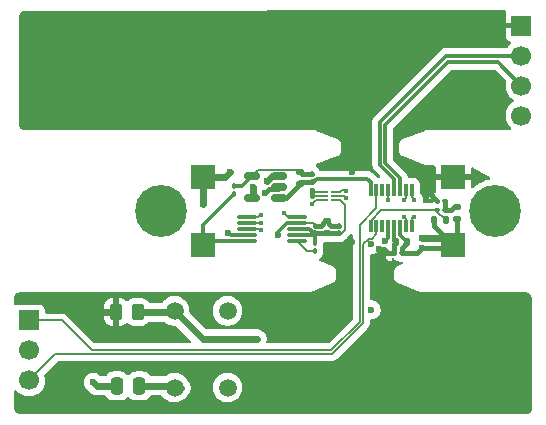
<source format=gbr>
%TF.GenerationSoftware,KiCad,Pcbnew,9.0.1*%
%TF.CreationDate,2025-06-23T13:00:00-04:00*%
%TF.ProjectId,Colossus_TI_rev_B,436f6c6f-7373-4757-935f-54495f726576,rev?*%
%TF.SameCoordinates,Original*%
%TF.FileFunction,Copper,L1,Top*%
%TF.FilePolarity,Positive*%
%FSLAX46Y46*%
G04 Gerber Fmt 4.6, Leading zero omitted, Abs format (unit mm)*
G04 Created by KiCad (PCBNEW 9.0.1) date 2025-06-23 13:00:00*
%MOMM*%
%LPD*%
G01*
G04 APERTURE LIST*
G04 Aperture macros list*
%AMRoundRect*
0 Rectangle with rounded corners*
0 $1 Rounding radius*
0 $2 $3 $4 $5 $6 $7 $8 $9 X,Y pos of 4 corners*
0 Add a 4 corners polygon primitive as box body*
4,1,4,$2,$3,$4,$5,$6,$7,$8,$9,$2,$3,0*
0 Add four circle primitives for the rounded corners*
1,1,$1+$1,$2,$3*
1,1,$1+$1,$4,$5*
1,1,$1+$1,$6,$7*
1,1,$1+$1,$8,$9*
0 Add four rect primitives between the rounded corners*
20,1,$1+$1,$2,$3,$4,$5,0*
20,1,$1+$1,$4,$5,$6,$7,0*
20,1,$1+$1,$6,$7,$8,$9,0*
20,1,$1+$1,$8,$9,$2,$3,0*%
G04 Aperture macros list end*
%TA.AperFunction,ComponentPad*%
%ADD10C,1.507998*%
%TD*%
%TA.AperFunction,SMDPad,CuDef*%
%ADD11RoundRect,0.150000X0.512500X0.150000X-0.512500X0.150000X-0.512500X-0.150000X0.512500X-0.150000X0*%
%TD*%
%TA.AperFunction,SMDPad,CuDef*%
%ADD12RoundRect,0.135000X-0.185000X0.135000X-0.185000X-0.135000X0.185000X-0.135000X0.185000X0.135000X0*%
%TD*%
%TA.AperFunction,SMDPad,CuDef*%
%ADD13RoundRect,0.140000X-0.140000X-0.170000X0.140000X-0.170000X0.140000X0.170000X-0.140000X0.170000X0*%
%TD*%
%TA.AperFunction,SMDPad,CuDef*%
%ADD14RoundRect,0.140000X-0.170000X0.140000X-0.170000X-0.140000X0.170000X-0.140000X0.170000X0.140000X0*%
%TD*%
%TA.AperFunction,SMDPad,CuDef*%
%ADD15R,2.000000X2.000000*%
%TD*%
%TA.AperFunction,SMDPad,CuDef*%
%ADD16RoundRect,0.100000X-0.130000X-0.100000X0.130000X-0.100000X0.130000X0.100000X-0.130000X0.100000X0*%
%TD*%
%TA.AperFunction,SMDPad,CuDef*%
%ADD17RoundRect,0.135000X0.185000X-0.135000X0.185000X0.135000X-0.185000X0.135000X-0.185000X-0.135000X0*%
%TD*%
%TA.AperFunction,SMDPad,CuDef*%
%ADD18RoundRect,0.100000X-0.100000X0.130000X-0.100000X-0.130000X0.100000X-0.130000X0.100000X0.130000X0*%
%TD*%
%TA.AperFunction,ComponentPad*%
%ADD19C,1.700000*%
%TD*%
%TA.AperFunction,ComponentPad*%
%ADD20R,1.700000X1.700000*%
%TD*%
%TA.AperFunction,SMDPad,CuDef*%
%ADD21RoundRect,0.087500X0.725000X0.087500X-0.725000X0.087500X-0.725000X-0.087500X0.725000X-0.087500X0*%
%TD*%
%TA.AperFunction,SMDPad,CuDef*%
%ADD22RoundRect,0.250000X-0.262500X-0.450000X0.262500X-0.450000X0.262500X0.450000X-0.262500X0.450000X0*%
%TD*%
%TA.AperFunction,SMDPad,CuDef*%
%ADD23RoundRect,0.100000X0.100000X-0.130000X0.100000X0.130000X-0.100000X0.130000X-0.100000X-0.130000X0*%
%TD*%
%TA.AperFunction,ComponentPad*%
%ADD24C,0.700000*%
%TD*%
%TA.AperFunction,ComponentPad*%
%ADD25C,4.400000*%
%TD*%
%TA.AperFunction,SMDPad,CuDef*%
%ADD26RoundRect,0.250000X-0.250000X-0.475000X0.250000X-0.475000X0.250000X0.475000X-0.250000X0.475000X0*%
%TD*%
%TA.AperFunction,SMDPad,CuDef*%
%ADD27R,0.770000X0.190000*%
%TD*%
%TA.AperFunction,SMDPad,CuDef*%
%ADD28R,0.304800X0.977900*%
%TD*%
%TA.AperFunction,ViaPad*%
%ADD29C,0.600000*%
%TD*%
%TA.AperFunction,ViaPad*%
%ADD30C,0.450000*%
%TD*%
%TA.AperFunction,Conductor*%
%ADD31C,0.300000*%
%TD*%
%TA.AperFunction,Conductor*%
%ADD32C,0.400000*%
%TD*%
%TA.AperFunction,Conductor*%
%ADD33C,0.600000*%
%TD*%
%TA.AperFunction,Conductor*%
%ADD34C,0.150000*%
%TD*%
%TA.AperFunction,Conductor*%
%ADD35C,0.200000*%
%TD*%
G04 APERTURE END LIST*
D10*
%TO.P,SW2,4*%
%TO.N,N/C*%
X89900000Y-75575000D03*
%TO.P,SW2,3*%
X89900000Y-82075002D03*
%TO.P,SW2,2,2*%
%TO.N,NRST*%
X85399999Y-75575000D03*
%TO.P,SW2,1,1*%
%TO.N,Net-(C10-Pad2)*%
X85399999Y-82075002D03*
%TD*%
D11*
%TO.P,U3,1*%
%TO.N,Strain Read*%
X94250000Y-66050000D03*
%TO.P,U3,2,V+*%
%TO.N,Strain Power*%
X94250000Y-65100000D03*
%TO.P,U3,3,+*%
%TO.N,Vss*%
X94250000Y-64150000D03*
%TO.P,U3,4,-*%
%TO.N,Net-(U3--)*%
X91975000Y-64150000D03*
%TO.P,U3,5,V-*%
%TO.N,Vss*%
X91975000Y-66050000D03*
%TD*%
D12*
%TO.P,R4,1*%
%TO.N,Net-(U3--)*%
X96000000Y-63835000D03*
%TO.P,R4,2*%
%TO.N,Strain Read*%
X96000000Y-64855000D03*
%TD*%
D13*
%TO.P,C8,1*%
%TO.N,Vss*%
X107390000Y-67920000D03*
%TO.P,C8,2*%
%TO.N,Temp Read*%
X108350000Y-67920000D03*
%TD*%
D14*
%TO.P,C6,1*%
%TO.N,Vss*%
X98310000Y-68000000D03*
%TO.P,C6,2*%
%TO.N,FM Power*%
X98310000Y-68960000D03*
%TD*%
D13*
%TO.P,C1,1*%
%TO.N,Vdd*%
X104140000Y-69780000D03*
%TO.P,C1,2*%
%TO.N,Vss*%
X105100000Y-69780000D03*
%TD*%
D15*
%TO.P,J2,1,Pin_1*%
%TO.N,Vss*%
X87800000Y-64250000D03*
%TD*%
D16*
%TO.P,C2,2*%
%TO.N,Vss*%
X104640000Y-70700000D03*
%TO.P,C2,1*%
%TO.N,Vdd*%
X104000000Y-70700000D03*
%TD*%
%TO.P,R2,2*%
%TO.N,Net-(R1-Pad2)*%
X108290000Y-67050000D03*
%TO.P,R2,1*%
%TO.N,Temp Read*%
X107650000Y-67050000D03*
%TD*%
D15*
%TO.P,J5,1,Pin_1*%
%TO.N,Vss*%
X109000000Y-70000000D03*
%TD*%
%TO.P,J4,1,Pin_1*%
%TO.N,Vdd*%
X109000000Y-64250000D03*
%TD*%
D17*
%TO.P,TH1,2*%
%TO.N,Net-(R1-Pad2)*%
X109320000Y-66760000D03*
%TO.P,TH1,1*%
%TO.N,Vss*%
X109320000Y-67780000D03*
%TD*%
D18*
%TO.P,C5,2*%
%TO.N,FM Power*%
X99300000Y-69000000D03*
%TO.P,C5,1*%
%TO.N,Vss*%
X99300000Y-68360000D03*
%TD*%
D19*
%TO.P,J1,4,Pin_4*%
%TO.N,Vss*%
X114775000Y-59035000D03*
%TO.P,J1,3,Pin_3*%
%TO.N,SWDIO*%
X114775000Y-56495000D03*
%TO.P,J1,2,Pin_2*%
%TO.N,SWCLK*%
X114775000Y-53955000D03*
D20*
%TO.P,J1,1,Pin_1*%
%TO.N,Vdd*%
X114775000Y-51415000D03*
%TD*%
D18*
%TO.P,C9,2*%
%TO.N,Strain Read*%
X97000000Y-64665000D03*
%TO.P,C9,1*%
%TO.N,Net-(U3--)*%
X97000000Y-64025000D03*
%TD*%
D16*
%TO.P,R1,2*%
%TO.N,Net-(R1-Pad2)*%
X108290000Y-66275000D03*
%TO.P,R1,1*%
%TO.N,Vdd*%
X107650000Y-66275000D03*
%TD*%
D19*
%TO.P,J6,3,Pin_3*%
%TO.N,A5*%
X73075000Y-81465000D03*
%TO.P,J6,2,Pin_2*%
%TO.N,A4*%
X73075000Y-78925000D03*
D20*
%TO.P,J6,1,Pin_1*%
%TO.N,A3*%
X73075000Y-76385000D03*
%TD*%
D21*
%TO.P,U2,10,VOUT*%
%TO.N,Charge Amp In*%
X91525000Y-69650000D03*
%TO.P,U2,9,AGND*%
%TO.N,Vss*%
X91525000Y-69150000D03*
%TO.P,U2,8,~{FSYNC}*%
%TO.N,FSYNC*%
X91525000Y-68650000D03*
%TO.P,U2,7,SCLK*%
%TO.N,SCLK*%
X91525000Y-68150000D03*
%TO.P,U2,6,SDATA*%
%TO.N,SDATA*%
X91525000Y-67650000D03*
%TO.P,U2,5,MCLK*%
%TO.N,24MHzClockOut*%
X95750000Y-67650000D03*
%TO.P,U2,4,DGND*%
%TO.N,Vss*%
X95750000Y-68150000D03*
%TO.P,U2,3,CAP/2.5V*%
%TO.N,FM Power*%
X95750000Y-68650000D03*
%TO.P,U2,2,VDD*%
X95750000Y-69150000D03*
%TO.P,U2,1,COMP*%
%TO.N,Net-(U2-COMP)*%
X95750000Y-69650000D03*
%TD*%
D22*
%TO.P,R7,2*%
%TO.N,NRST*%
X82275000Y-75675000D03*
%TO.P,R7,1*%
%TO.N,Vdd*%
X80450000Y-75675000D03*
%TD*%
D23*
%TO.P,C7,2*%
%TO.N,Vss*%
X97300000Y-68360000D03*
%TO.P,C7,1*%
%TO.N,FM Power*%
X97300000Y-69000000D03*
%TD*%
D24*
%TO.P,H1,1*%
%TO.N,N/C*%
X85900000Y-67125000D03*
X85416726Y-68291726D03*
X85416726Y-65958274D03*
X84250000Y-68775000D03*
D25*
X84250000Y-67125000D03*
D24*
X84250000Y-65475000D03*
X83083274Y-68291726D03*
X83083274Y-65958274D03*
X82600000Y-67125000D03*
%TD*%
D26*
%TO.P,C10,2*%
%TO.N,Net-(C10-Pad2)*%
X82425000Y-81925000D03*
%TO.P,C10,1*%
%TO.N,Vss*%
X80525000Y-81925000D03*
%TD*%
D27*
%TO.P,U4,6,S*%
%TO.N,Mode Select*%
X98080000Y-66200000D03*
%TO.P,U4,5,VCC*%
%TO.N,Vdd*%
X98080000Y-65850000D03*
%TO.P,U4,4,A*%
X98080000Y-65500000D03*
%TO.P,U4,3,B1*%
%TO.N,Strain Power*%
X99000000Y-65500000D03*
%TO.P,U4,2,GND*%
%TO.N,Vss*%
X99000000Y-65850000D03*
%TO.P,U4,1,B2*%
%TO.N,FM Power*%
X99000000Y-66200000D03*
%TD*%
D24*
%TO.P,H2,1*%
%TO.N,N/C*%
X114200000Y-67125000D03*
X113716726Y-68291726D03*
X113716726Y-65958274D03*
X112550000Y-68775000D03*
D25*
X112550000Y-67125000D03*
D24*
X112550000Y-65475000D03*
X111383274Y-68291726D03*
X111383274Y-65958274D03*
X110900000Y-67125000D03*
%TD*%
D23*
%TO.P,C4,2*%
%TO.N,FM Power*%
X97300000Y-69850000D03*
%TO.P,C4,1*%
%TO.N,Net-(U2-COMP)*%
X97300000Y-70490000D03*
%TD*%
D15*
%TO.P,J3,1,Pin_1*%
%TO.N,Charge Amp In*%
X87800000Y-70000000D03*
%TD*%
D23*
%TO.P,R3,2*%
%TO.N,Net-(U3--)*%
X90475000Y-65010000D03*
%TO.P,R3,1*%
%TO.N,Charge Amp In*%
X90475000Y-65650000D03*
%TD*%
D28*
%TO.P,U1,16,PA25_/_A2*%
%TO.N,Strain Read*%
X101999622Y-65312300D03*
%TO.P,U1,15,PA24_/_A3*%
%TO.N,A3*%
X102499748Y-65312300D03*
%TO.P,U1,14,PA23*%
%TO.N,PA23*%
X102999874Y-65312300D03*
%TO.P,U1,13,PA22_/_A4*%
%TO.N,24MHzClockOut*%
X103500000Y-65312300D03*
%TO.P,U1,12,PA20_/_A6_/_SWCLK*%
%TO.N,SWCLK*%
X104000126Y-65312300D03*
%TO.P,U1,11,PA19_/_SWDIO*%
%TO.N,SWDIO*%
X104500252Y-65312300D03*
%TO.P,U1,10,PA18/A7*%
%TO.N,SDATA*%
X105000378Y-65312300D03*
%TO.P,U1,9,PA17/A9*%
%TO.N,SCLK*%
X105500504Y-65312300D03*
%TO.P,U1,8,PA6*%
%TO.N,Mode Select*%
X105500504Y-68398400D03*
%TO.P,U1,7,PA2*%
%TO.N,FSYNC*%
X105000378Y-68398400D03*
%TO.P,U1,6,VSS*%
%TO.N,Vss*%
X104500252Y-68398400D03*
%TO.P,U1,5,VDD*%
%TO.N,Vdd*%
X104000126Y-68398400D03*
%TO.P,U1,4,PA1_/_NRST*%
%TO.N,NRST*%
X103500000Y-68398400D03*
%TO.P,U1,3,PA0*%
%TO.N,Beep*%
X102999874Y-68398400D03*
%TO.P,U1,2,PA28_/_A5*%
%TO.N,A5*%
X102499748Y-68398400D03*
%TO.P,U1,1,PA26_/_A1*%
%TO.N,Temp Read*%
X101999622Y-68398400D03*
%TD*%
D29*
%TO.N,Strain Power*%
X93090000Y-65570000D03*
%TO.N,Vss*%
X90080000Y-63830000D03*
X94200000Y-69150000D03*
X93200000Y-64600000D03*
X87800000Y-66500000D03*
X92010000Y-65080000D03*
X78525000Y-81625000D03*
X106350000Y-70250000D03*
X89950000Y-68950000D03*
X102050000Y-75475000D03*
D30*
X99894613Y-66005387D03*
D29*
X102050000Y-69950000D03*
X106350000Y-69370000D03*
%TO.N,Vdd*%
X100400000Y-69750000D03*
D30*
X97050000Y-65888502D03*
D29*
X100400000Y-63800000D03*
D30*
X97050000Y-65350000D03*
D29*
X102741356Y-70350000D03*
X106750000Y-64250000D03*
X78600000Y-76350000D03*
X97050000Y-76020000D03*
X109775000Y-57750000D03*
%TO.N,NRST*%
X103243356Y-69643356D03*
X92400000Y-77950000D03*
D30*
%TO.N,SDATA*%
X92700000Y-67450000D03*
X104850000Y-66150000D03*
%TO.N,FSYNC*%
X92700000Y-68750000D03*
X104850000Y-67603366D03*
%TO.N,SCLK*%
X105700000Y-66150000D03*
X92700000Y-68150000D03*
%TO.N,24MHzClockOut*%
X103450000Y-66150000D03*
X94700000Y-67250000D03*
%TO.N,Mode Select*%
X105700000Y-67603366D03*
X97060000Y-66550000D03*
%TO.N,Strain Power*%
X99920000Y-65400000D03*
%TD*%
D31*
%TO.N,Vss*%
X104500252Y-69187350D02*
X104500252Y-68398400D01*
D32*
X104748000Y-70132000D02*
X105100000Y-69780000D01*
D31*
X104640000Y-69327098D02*
X104500252Y-69187350D01*
D32*
X104640000Y-70255732D02*
X104748000Y-70147732D01*
D31*
X105100000Y-69780000D02*
X104647098Y-69327098D01*
D32*
X104640000Y-70700000D02*
X104640000Y-70255732D01*
X104748000Y-70147732D02*
X104748000Y-70132000D01*
D31*
X104647098Y-69327098D02*
X104640000Y-69327098D01*
D32*
%TO.N,Vdd*%
X104000000Y-69920000D02*
X104140000Y-69780000D01*
X104000000Y-70700000D02*
X104000000Y-69920000D01*
D31*
X104000126Y-69640126D02*
X104140000Y-69780000D01*
X104000126Y-68398400D02*
X104000126Y-69640126D01*
D32*
%TO.N,Vss*%
X97780000Y-68350000D02*
X97310000Y-68350000D01*
X97310000Y-68350000D02*
X97300000Y-68360000D01*
X98310000Y-68000000D02*
X98130000Y-68000000D01*
X98130000Y-68000000D02*
X97780000Y-68350000D01*
X98670000Y-68360000D02*
X98310000Y-68000000D01*
X99300000Y-68360000D02*
X98670000Y-68360000D01*
X107390000Y-68390000D02*
X107390000Y-67920000D01*
X109000000Y-70000000D02*
X107390000Y-68390000D01*
%TO.N,Strain Read*%
X94805000Y-66050000D02*
X96000000Y-64855000D01*
X94250000Y-66050000D02*
X94805000Y-66050000D01*
%TO.N,Strain Power*%
X93432000Y-65228000D02*
X93090000Y-65570000D01*
X94122000Y-65228000D02*
X93432000Y-65228000D01*
X94250000Y-65100000D02*
X94122000Y-65228000D01*
D33*
%TO.N,Vss*%
X92010000Y-66015000D02*
X91975000Y-66050000D01*
X92010000Y-65080000D02*
X92010000Y-66015000D01*
D34*
%TO.N,Net-(U3--)*%
X96000000Y-63835000D02*
X96000000Y-64025000D01*
X95812000Y-63647000D02*
X96000000Y-63835000D01*
X92478000Y-63647000D02*
X95812000Y-63647000D01*
X91975000Y-64150000D02*
X92478000Y-63647000D01*
D32*
X97000000Y-64025000D02*
X96190000Y-64025000D01*
X96190000Y-64025000D02*
X96000000Y-63835000D01*
D33*
%TO.N,Vss*%
X80525000Y-81925000D02*
X78825000Y-81925000D01*
D32*
X109280000Y-67780000D02*
X109280000Y-69720000D01*
D33*
X93650000Y-64150000D02*
X94250000Y-64150000D01*
D35*
X91975000Y-66050000D02*
X91975000Y-65925000D01*
D33*
X87800000Y-64250000D02*
X89660000Y-64250000D01*
D34*
X99816075Y-65926075D02*
X99740000Y-65850000D01*
D33*
X89660000Y-64250000D02*
X90080000Y-63830000D01*
D32*
X108750000Y-70250000D02*
X109000000Y-70000000D01*
X106350000Y-70250000D02*
X108750000Y-70250000D01*
D34*
X99740000Y-65850000D02*
X99000000Y-65850000D01*
D33*
X87800000Y-64250000D02*
X87800000Y-66500000D01*
D31*
X94200000Y-69150000D02*
X94200000Y-68868180D01*
X90150000Y-69150000D02*
X89950000Y-68950000D01*
D34*
X99903409Y-65926075D02*
X99816075Y-65926075D01*
D31*
X91525000Y-69150000D02*
X90150000Y-69150000D01*
D33*
X93200000Y-64600000D02*
X93650000Y-64150000D01*
D34*
X95750000Y-68150000D02*
X97090000Y-68150000D01*
D33*
X78825000Y-81925000D02*
X78525000Y-81625000D01*
X106350000Y-69370000D02*
X108370000Y-69370000D01*
D31*
X94200000Y-68868180D02*
X94918180Y-68150000D01*
D33*
X108370000Y-69370000D02*
X109000000Y-70000000D01*
D32*
X104640000Y-70700000D02*
X105900000Y-70700000D01*
D31*
X94918180Y-68150000D02*
X95750000Y-68150000D01*
D34*
X97090000Y-68150000D02*
X97300000Y-68360000D01*
D32*
X105900000Y-70700000D02*
X106350000Y-70250000D01*
X109280000Y-69720000D02*
X109000000Y-70000000D01*
%TO.N,Vdd*%
X97050000Y-65350000D02*
X97050000Y-65888502D01*
D33*
X79275000Y-75675000D02*
X78600000Y-76350000D01*
D35*
X97200000Y-65500000D02*
X97050000Y-65350000D01*
X97088502Y-65850000D02*
X97050000Y-65888502D01*
D33*
X80450000Y-75675000D02*
X79275000Y-75675000D01*
D35*
X98080000Y-65850000D02*
X97088502Y-65850000D01*
D32*
X106750000Y-64250000D02*
X106750000Y-65375000D01*
X103480000Y-70700000D02*
X104000000Y-70700000D01*
X103130000Y-70350000D02*
X103480000Y-70700000D01*
X109000000Y-64250000D02*
X106750000Y-64250000D01*
D34*
X107675000Y-66275000D02*
X107700000Y-66300000D01*
X107650000Y-66275000D02*
X107675000Y-66275000D01*
D32*
X102741356Y-70350000D02*
X103130000Y-70350000D01*
X106750000Y-65375000D02*
X107650000Y-66275000D01*
D35*
X98080000Y-65500000D02*
X97200000Y-65500000D01*
D34*
%TO.N,Net-(U2-COMP)*%
X96590000Y-70490000D02*
X97300000Y-70490000D01*
X95750000Y-69650000D02*
X96590000Y-70490000D01*
%TO.N,Temp Read*%
X107650000Y-67188722D02*
X108290000Y-67828722D01*
X101999622Y-68398400D02*
X101999622Y-67950378D01*
X108290000Y-67828722D02*
X108290000Y-67850000D01*
X102900000Y-67050000D02*
X107650000Y-67050000D01*
X107650000Y-67050000D02*
X107650000Y-67188722D01*
X101999622Y-67950378D02*
X102900000Y-67050000D01*
D31*
%TO.N,Net-(U3--)*%
X91115000Y-65010000D02*
X91975000Y-64150000D01*
D34*
X91975000Y-64125000D02*
X92050000Y-64050000D01*
D31*
X90475000Y-65010000D02*
X91115000Y-65010000D01*
D34*
X91975000Y-64150000D02*
X91975000Y-64125000D01*
D31*
%TO.N,Strain Read*%
X101999622Y-64679622D02*
X101999622Y-65312300D01*
X97005000Y-64660000D02*
X97000000Y-64665000D01*
X101710000Y-64390000D02*
X101999622Y-64679622D01*
X97000000Y-64665000D02*
X97165000Y-64665000D01*
X97440000Y-64390000D02*
X101710000Y-64390000D01*
X97165000Y-64665000D02*
X97440000Y-64390000D01*
D32*
X96000000Y-64665000D02*
X97000000Y-64665000D01*
D33*
%TO.N,Net-(C10-Pad2)*%
X85399999Y-82075002D02*
X85950002Y-82075002D01*
X85249997Y-81925000D02*
X85399999Y-82075002D01*
X85950002Y-82075002D02*
X85975000Y-82100000D01*
X82425000Y-81925000D02*
X85249997Y-81925000D01*
D31*
%TO.N,SWDIO*%
X103228000Y-63022716D02*
X103228000Y-59847000D01*
X112805000Y-54525000D02*
X114775000Y-56495000D01*
X108550000Y-54525000D02*
X112805000Y-54525000D01*
X104500252Y-65312300D02*
X104500000Y-65312048D01*
X104500000Y-64294716D02*
X103228000Y-63022716D01*
X103228000Y-59847000D02*
X108550000Y-54525000D01*
X104500000Y-65312048D02*
X104500000Y-64294716D01*
%TO.N,SWCLK*%
X102800000Y-59550000D02*
X108395000Y-53955000D01*
X102800000Y-63200000D02*
X102800000Y-59550000D01*
X104000126Y-65312300D02*
X104000126Y-64400126D01*
X104000126Y-64400126D02*
X102800000Y-63200000D01*
X108395000Y-53955000D02*
X114775000Y-53955000D01*
D34*
%TO.N,A5*%
X102499748Y-68398400D02*
X102499748Y-69037350D01*
X102090098Y-69447000D02*
X101841650Y-69447000D01*
X101358000Y-69930650D02*
X101358000Y-76625152D01*
X102499748Y-69037350D02*
X102090098Y-69447000D01*
X98763152Y-79220000D02*
X75320000Y-79220000D01*
X101841650Y-69447000D02*
X101358000Y-69930650D01*
X101358000Y-76625152D02*
X98763152Y-79220000D01*
X75320000Y-79220000D02*
X73075000Y-81465000D01*
%TO.N,A3*%
X101080000Y-68270672D02*
X101080000Y-76510000D01*
X102499748Y-65312300D02*
X102499748Y-66850924D01*
X98690000Y-78900000D02*
X78400000Y-78900000D01*
X101080000Y-76510000D02*
X98690000Y-78900000D01*
X78400000Y-78900000D02*
X75885000Y-76385000D01*
X75885000Y-76385000D02*
X73075000Y-76385000D01*
X102499748Y-66850924D02*
X101080000Y-68270672D01*
D32*
%TO.N,Net-(R1-Pad2)*%
X108290000Y-67050000D02*
X108290000Y-66275000D01*
X109080000Y-66760000D02*
X108790000Y-67050000D01*
X109280000Y-66760000D02*
X109080000Y-66760000D01*
X108790000Y-67050000D02*
X108290000Y-67050000D01*
D31*
%TO.N,Charge Amp In*%
X91525000Y-69650000D02*
X88150000Y-69650000D01*
X87800000Y-70000000D02*
X87800000Y-68325000D01*
X87800000Y-68325000D02*
X90475000Y-65650000D01*
X88150000Y-69650000D02*
X87800000Y-70000000D01*
D33*
%TO.N,NRST*%
X85399999Y-75575000D02*
X87774999Y-77950000D01*
X85299999Y-75675000D02*
X85399999Y-75575000D01*
X82275000Y-75675000D02*
X85299999Y-75675000D01*
D31*
X103500000Y-69386712D02*
X103243356Y-69643356D01*
X103500000Y-68398400D02*
X103500000Y-69386712D01*
D33*
X87774999Y-77950000D02*
X92400000Y-77950000D01*
D34*
%TO.N,SDATA*%
X105000000Y-65300000D02*
X105000000Y-66000000D01*
X91525000Y-67650000D02*
X92500000Y-67650000D01*
X105000378Y-65300378D02*
X105000000Y-65300000D01*
X92500000Y-67650000D02*
X92700000Y-67450000D01*
X105000000Y-66000000D02*
X104850000Y-66150000D01*
X105000378Y-65312300D02*
X105000378Y-65300378D01*
%TO.N,FSYNC*%
X91600000Y-68650000D02*
X92650000Y-68650000D01*
X105000378Y-68398400D02*
X105000378Y-67777259D01*
X105000378Y-67777259D02*
X104826485Y-67603366D01*
X91525000Y-68650000D02*
X91600000Y-68650000D01*
X92650000Y-68650000D02*
X92750000Y-68750000D01*
%TO.N,SCLK*%
X91525000Y-68150000D02*
X91700000Y-68150000D01*
X105500504Y-65312300D02*
X105500504Y-65950504D01*
X105500504Y-65950504D02*
X105700000Y-66150000D01*
X91700000Y-68150000D02*
X92750000Y-68150000D01*
%TO.N,24MHzClockOut*%
X94700000Y-67250000D02*
X94700000Y-67325754D01*
X103500000Y-66050000D02*
X103450000Y-66100000D01*
X95024246Y-67650000D02*
X95750000Y-67650000D01*
X103500000Y-65312300D02*
X103500000Y-66050000D01*
X94700000Y-67325754D02*
X95024246Y-67650000D01*
D35*
%TO.N,FM Power*%
X99850000Y-66600000D02*
X99850000Y-68700000D01*
D32*
X98300000Y-69000000D02*
X99300000Y-69000000D01*
D31*
X97172656Y-69000000D02*
X97300000Y-69000000D01*
X97300000Y-69000000D02*
X97300000Y-69850000D01*
D35*
X99550000Y-69000000D02*
X99300000Y-69000000D01*
D31*
X96822656Y-68650000D02*
X97172656Y-69000000D01*
D35*
X99850000Y-68700000D02*
X99550000Y-69000000D01*
D31*
X97150000Y-69150000D02*
X97300000Y-69000000D01*
D35*
X99000000Y-66200000D02*
X99450000Y-66200000D01*
D31*
X95750000Y-69150000D02*
X97150000Y-69150000D01*
D32*
X98300000Y-69000000D02*
X97300000Y-69000000D01*
D35*
X99450000Y-66200000D02*
X99850000Y-66600000D01*
D31*
X95750000Y-68650000D02*
X96822656Y-68650000D01*
D34*
%TO.N,Mode Select*%
X105500504Y-68398400D02*
X105500504Y-67749496D01*
X105500504Y-67749496D02*
X105600000Y-67650000D01*
X98080000Y-66200000D02*
X97350000Y-66200000D01*
X97350000Y-66200000D02*
X97122997Y-66427003D01*
X97122997Y-66427003D02*
X97100000Y-66427003D01*
%TO.N,Strain Power*%
X99820000Y-65350000D02*
X99590000Y-65350000D01*
X99590000Y-65350000D02*
X99440000Y-65500000D01*
X99920000Y-65400000D02*
X99870000Y-65400000D01*
X99870000Y-65400000D02*
X99820000Y-65350000D01*
X99440000Y-65500000D02*
X99000000Y-65500000D01*
%TD*%
%TA.AperFunction,Conductor*%
%TO.N,Vdd*%
G36*
X102863789Y-70352590D02*
G01*
X102974051Y-70398261D01*
X103009859Y-70413093D01*
X103161407Y-70443238D01*
X103164509Y-70443855D01*
X103164512Y-70443856D01*
X103172567Y-70443856D01*
X103239606Y-70463541D01*
X103265795Y-70486097D01*
X103277988Y-70500000D01*
X103785500Y-70500000D01*
X103794185Y-70502550D01*
X103803146Y-70501262D01*
X103827184Y-70512240D01*
X103852539Y-70519685D01*
X103858466Y-70526526D01*
X103866702Y-70530287D01*
X103880990Y-70552520D01*
X103898294Y-70572489D01*
X103900581Y-70583002D01*
X103904477Y-70589064D01*
X103909500Y-70623999D01*
X103909501Y-70775999D01*
X103889817Y-70843039D01*
X103837013Y-70888794D01*
X103785501Y-70900000D01*
X103277990Y-70900000D01*
X103277988Y-70900001D01*
X103285442Y-70956627D01*
X103285444Y-70956633D01*
X103345899Y-71102585D01*
X103442075Y-71227924D01*
X103567413Y-71324100D01*
X103713365Y-71384554D01*
X103713369Y-71384555D01*
X103800000Y-71395961D01*
X103800000Y-71226431D01*
X103806336Y-71204852D01*
X103808070Y-71182429D01*
X103815990Y-71171975D01*
X103819685Y-71159392D01*
X103836681Y-71144664D01*
X103850263Y-71126738D01*
X103862577Y-71122225D01*
X103872489Y-71113637D01*
X103894748Y-71110436D01*
X103915866Y-71102698D01*
X103928665Y-71105559D01*
X103941647Y-71103693D01*
X103962105Y-71113036D01*
X103984053Y-71117943D01*
X103996701Y-71128835D01*
X104005203Y-71132718D01*
X104012185Y-71139256D01*
X104017641Y-71144775D01*
X104081718Y-71228282D01*
X104158224Y-71286987D01*
X104164185Y-71293017D01*
X104176889Y-71316605D01*
X104192689Y-71338243D01*
X104194672Y-71349623D01*
X104197316Y-71354532D01*
X104196766Y-71361638D01*
X104200000Y-71380192D01*
X104200000Y-71395959D01*
X104200001Y-71395960D01*
X104286622Y-71384558D01*
X104286917Y-71384479D01*
X104287175Y-71384485D01*
X104294690Y-71383496D01*
X104294844Y-71384666D01*
X104316835Y-71385187D01*
X104346711Y-71383381D01*
X104351121Y-71384476D01*
X104353230Y-71385040D01*
X104353238Y-71385044D01*
X104470639Y-71400500D01*
X104556565Y-71400499D01*
X104556572Y-71400500D01*
X104571007Y-71400500D01*
X104646642Y-71400500D01*
X104713681Y-71420185D01*
X104759436Y-71472989D01*
X104769380Y-71542147D01*
X104740355Y-71605703D01*
X104691155Y-71640235D01*
X104351065Y-71771038D01*
X104348893Y-71771744D01*
X104348607Y-71771954D01*
X104348167Y-71771980D01*
X104338648Y-71775077D01*
X104306819Y-71783606D01*
X104306809Y-71783610D01*
X104292134Y-71792081D01*
X104292135Y-71792082D01*
X104283717Y-71796942D01*
X104258831Y-71806514D01*
X104226894Y-71829748D01*
X104221231Y-71833019D01*
X104221229Y-71833019D01*
X104192686Y-71849499D01*
X104180691Y-71861493D01*
X104180690Y-71861492D01*
X104173818Y-71868363D01*
X104152266Y-71884045D01*
X104127437Y-71914745D01*
X104122806Y-71919377D01*
X104099501Y-71942682D01*
X104091025Y-71957364D01*
X104086166Y-71965780D01*
X104069399Y-71986514D01*
X104053359Y-72022601D01*
X104050088Y-72028268D01*
X104050086Y-72028269D01*
X104033607Y-72056813D01*
X104029219Y-72073191D01*
X104026705Y-72082574D01*
X104015876Y-72106941D01*
X104009722Y-72145954D01*
X104008028Y-72152278D01*
X104008027Y-72152279D01*
X103999501Y-72184100D01*
X103999500Y-72184109D01*
X103999500Y-72201053D01*
X103997986Y-72220370D01*
X103995345Y-72237112D01*
X103995345Y-72237119D01*
X103998812Y-72269891D01*
X103999500Y-72282935D01*
X103999500Y-72720254D01*
X103995218Y-72756155D01*
X103999500Y-72785873D01*
X103999500Y-72815897D01*
X104006949Y-72843696D01*
X104009906Y-72858100D01*
X104014012Y-72886592D01*
X104014012Y-72886594D01*
X104022337Y-72906020D01*
X104028135Y-72922764D01*
X104033606Y-72943183D01*
X104033609Y-72943189D01*
X104047999Y-72968113D01*
X104051684Y-72974495D01*
X104065924Y-73007721D01*
X104084485Y-73031309D01*
X104088927Y-73039003D01*
X104099498Y-73057312D01*
X104099499Y-73057313D01*
X104099500Y-73057314D01*
X104119856Y-73077670D01*
X104129618Y-73088666D01*
X104147414Y-73111283D01*
X104147416Y-73111284D01*
X104147418Y-73111287D01*
X104171458Y-73129272D01*
X104192686Y-73150500D01*
X104223989Y-73168572D01*
X104229889Y-73172986D01*
X104229890Y-73172987D01*
X104252937Y-73190229D01*
X104252936Y-73190229D01*
X104252938Y-73190230D01*
X104252940Y-73190231D01*
X104270031Y-73197067D01*
X104272562Y-73198080D01*
X104288505Y-73205821D01*
X104306814Y-73216392D01*
X104334619Y-73223841D01*
X104348569Y-73228482D01*
X106155811Y-73951379D01*
X106181814Y-73966392D01*
X106216736Y-73975749D01*
X106223581Y-73978487D01*
X106250295Y-73989173D01*
X106250298Y-73989174D01*
X106280108Y-73992729D01*
X106309108Y-74000500D01*
X106345255Y-74000500D01*
X106371044Y-74003576D01*
X106381154Y-74004782D01*
X106381154Y-74004781D01*
X106381155Y-74004782D01*
X106402081Y-74001766D01*
X106419764Y-74000500D01*
X115084108Y-74000500D01*
X115143038Y-74000500D01*
X115156922Y-74001280D01*
X115161244Y-74001767D01*
X115247266Y-74011459D01*
X115274331Y-74017636D01*
X115353540Y-74045352D01*
X115378553Y-74057398D01*
X115449606Y-74102043D01*
X115471313Y-74119355D01*
X115530644Y-74178686D01*
X115547957Y-74200395D01*
X115592600Y-74271444D01*
X115604648Y-74296462D01*
X115632362Y-74375666D01*
X115638540Y-74402735D01*
X115645995Y-74468899D01*
X115647865Y-74485493D01*
X115648720Y-74493076D01*
X115649500Y-74506631D01*
X115649500Y-74565892D01*
X115649659Y-74566488D01*
X115649682Y-74575050D01*
X115649680Y-74575054D01*
X115649682Y-74575075D01*
X115672373Y-83795798D01*
X115671593Y-83809985D01*
X115661434Y-83900157D01*
X115655256Y-83927229D01*
X115627542Y-84006433D01*
X115615494Y-84031451D01*
X115570851Y-84102500D01*
X115553538Y-84124209D01*
X115494209Y-84183538D01*
X115472500Y-84200851D01*
X115401451Y-84245494D01*
X115376433Y-84257542D01*
X115297229Y-84285256D01*
X115270158Y-84291434D01*
X115179828Y-84301611D01*
X115165937Y-84302391D01*
X72394498Y-84299570D01*
X72394377Y-84299570D01*
X72386122Y-84299561D01*
X72385892Y-84299500D01*
X72326833Y-84299500D01*
X72326802Y-84299491D01*
X72313078Y-84298720D01*
X72300553Y-84297308D01*
X72222735Y-84288540D01*
X72195666Y-84282362D01*
X72116462Y-84254648D01*
X72091444Y-84242600D01*
X72020395Y-84197957D01*
X71998686Y-84180644D01*
X71939355Y-84121313D01*
X71922042Y-84099604D01*
X71877399Y-84028555D01*
X71865351Y-84003537D01*
X71838650Y-83927229D01*
X71837636Y-83924331D01*
X71831459Y-83897263D01*
X71821280Y-83806926D01*
X71820500Y-83793334D01*
X71820500Y-83734108D01*
X71820359Y-83733584D01*
X71820345Y-83727992D01*
X71817519Y-82413732D01*
X71837060Y-82346654D01*
X71889765Y-82300786D01*
X71958902Y-82290693D01*
X72022520Y-82319582D01*
X72041833Y-82340578D01*
X72044890Y-82344786D01*
X72195213Y-82495109D01*
X72367179Y-82620048D01*
X72367181Y-82620049D01*
X72367184Y-82620051D01*
X72556588Y-82716557D01*
X72758757Y-82782246D01*
X72968713Y-82815500D01*
X72968714Y-82815500D01*
X73181286Y-82815500D01*
X73181287Y-82815500D01*
X73391243Y-82782246D01*
X73593412Y-82716557D01*
X73782816Y-82620051D01*
X73804789Y-82604086D01*
X73954786Y-82495109D01*
X73954788Y-82495106D01*
X73954792Y-82495104D01*
X74105104Y-82344792D01*
X74105106Y-82344788D01*
X74105109Y-82344786D01*
X74230048Y-82172820D01*
X74230047Y-82172820D01*
X74230051Y-82172816D01*
X74326557Y-81983412D01*
X74392246Y-81781243D01*
X74425500Y-81571287D01*
X74425500Y-81546153D01*
X77724500Y-81546153D01*
X77724500Y-81703846D01*
X77755261Y-81858489D01*
X77755264Y-81858501D01*
X77815602Y-82004172D01*
X77815609Y-82004185D01*
X77903210Y-82135288D01*
X77903213Y-82135292D01*
X78314707Y-82546786D01*
X78314711Y-82546789D01*
X78445814Y-82634390D01*
X78445827Y-82634397D01*
X78591498Y-82694735D01*
X78591503Y-82694737D01*
X78701189Y-82716555D01*
X78746153Y-82725499D01*
X78746156Y-82725500D01*
X78746158Y-82725500D01*
X78903842Y-82725500D01*
X79524782Y-82725500D01*
X79591821Y-82745185D01*
X79630319Y-82784401D01*
X79682288Y-82868656D01*
X79806344Y-82992712D01*
X79955666Y-83084814D01*
X80122203Y-83139999D01*
X80224991Y-83150500D01*
X80825008Y-83150499D01*
X80825016Y-83150498D01*
X80825019Y-83150498D01*
X80881302Y-83144748D01*
X80927797Y-83139999D01*
X81094334Y-83084814D01*
X81243656Y-82992712D01*
X81367712Y-82868656D01*
X81369461Y-82865819D01*
X81371169Y-82864283D01*
X81372193Y-82862989D01*
X81372414Y-82863163D01*
X81421406Y-82819096D01*
X81490368Y-82807872D01*
X81554451Y-82835713D01*
X81580537Y-82865817D01*
X81582288Y-82868656D01*
X81706344Y-82992712D01*
X81855666Y-83084814D01*
X82022203Y-83139999D01*
X82124991Y-83150500D01*
X82725008Y-83150499D01*
X82725016Y-83150498D01*
X82725019Y-83150498D01*
X82781302Y-83144748D01*
X82827797Y-83139999D01*
X82994334Y-83084814D01*
X83143656Y-82992712D01*
X83267712Y-82868656D01*
X83319680Y-82784402D01*
X83371627Y-82737679D01*
X83425218Y-82725500D01*
X84258786Y-82725500D01*
X84325825Y-82745185D01*
X84359103Y-82776613D01*
X84443121Y-82892253D01*
X84582748Y-83031880D01*
X84742498Y-83147946D01*
X84747509Y-83150499D01*
X84918434Y-83237590D01*
X84918436Y-83237590D01*
X84918439Y-83237592D01*
X85019102Y-83270299D01*
X85106235Y-83298611D01*
X85301263Y-83329501D01*
X85301268Y-83329501D01*
X85498735Y-83329501D01*
X85693762Y-83298611D01*
X85881559Y-83237592D01*
X86057500Y-83147946D01*
X86217250Y-83031880D01*
X86356877Y-82892253D01*
X86464637Y-82743933D01*
X86481226Y-82726340D01*
X86480982Y-82726096D01*
X86485286Y-82721791D01*
X86485290Y-82721789D01*
X86596789Y-82610290D01*
X86684394Y-82479179D01*
X86744738Y-82333498D01*
X86775500Y-82178843D01*
X86775500Y-82021158D01*
X86767992Y-81983414D01*
X86766570Y-81976265D01*
X88645501Y-81976265D01*
X88645501Y-82173738D01*
X88676390Y-82368765D01*
X88737411Y-82556566D01*
X88796995Y-82673505D01*
X88827056Y-82732503D01*
X88943122Y-82892253D01*
X89082749Y-83031880D01*
X89242499Y-83147946D01*
X89247510Y-83150499D01*
X89418435Y-83237590D01*
X89418437Y-83237590D01*
X89418440Y-83237592D01*
X89519103Y-83270299D01*
X89606236Y-83298611D01*
X89801264Y-83329501D01*
X89801269Y-83329501D01*
X89998736Y-83329501D01*
X90193763Y-83298611D01*
X90381560Y-83237592D01*
X90557501Y-83147946D01*
X90717251Y-83031880D01*
X90856878Y-82892253D01*
X90972944Y-82732503D01*
X91062590Y-82556562D01*
X91123609Y-82368765D01*
X91134376Y-82300786D01*
X91154499Y-82173738D01*
X91154499Y-81976265D01*
X91123609Y-81781238D01*
X91062588Y-81593437D01*
X91014270Y-81498608D01*
X90972944Y-81417501D01*
X90856878Y-81257751D01*
X90717251Y-81118124D01*
X90557501Y-81002058D01*
X90381564Y-80912413D01*
X90193763Y-80851392D01*
X89998736Y-80820503D01*
X89998731Y-80820503D01*
X89801269Y-80820503D01*
X89801264Y-80820503D01*
X89606236Y-80851392D01*
X89418435Y-80912413D01*
X89242498Y-81002058D01*
X89082747Y-81118125D01*
X88943123Y-81257749D01*
X88827056Y-81417500D01*
X88737411Y-81593437D01*
X88676390Y-81781238D01*
X88645501Y-81976265D01*
X86766570Y-81976265D01*
X86744739Y-81866510D01*
X86744738Y-81866503D01*
X86684394Y-81720821D01*
X86684392Y-81720818D01*
X86684390Y-81720814D01*
X86596790Y-81589712D01*
X86578364Y-81571286D01*
X86537070Y-81529992D01*
X86514269Y-81498608D01*
X86472944Y-81417502D01*
X86430231Y-81358713D01*
X86356877Y-81257751D01*
X86217250Y-81118124D01*
X86057500Y-81002058D01*
X85881563Y-80912413D01*
X85693762Y-80851392D01*
X85498735Y-80820503D01*
X85498730Y-80820503D01*
X85301268Y-80820503D01*
X85301263Y-80820503D01*
X85106235Y-80851392D01*
X84918434Y-80912413D01*
X84742497Y-81002058D01*
X84655045Y-81065597D01*
X84606567Y-81100818D01*
X84540762Y-81124298D01*
X84533682Y-81124500D01*
X83425218Y-81124500D01*
X83358179Y-81104815D01*
X83319679Y-81065597D01*
X83288028Y-81014282D01*
X83267712Y-80981344D01*
X83143656Y-80857288D01*
X82994334Y-80765186D01*
X82827797Y-80710001D01*
X82827795Y-80710000D01*
X82725010Y-80699500D01*
X82124998Y-80699500D01*
X82124980Y-80699501D01*
X82022203Y-80710000D01*
X82022200Y-80710001D01*
X81855668Y-80765185D01*
X81855663Y-80765187D01*
X81706342Y-80857289D01*
X81582285Y-80981346D01*
X81580537Y-80984182D01*
X81578829Y-80985717D01*
X81577807Y-80987011D01*
X81577585Y-80986836D01*
X81528589Y-81030905D01*
X81459626Y-81042126D01*
X81395544Y-81014282D01*
X81369463Y-80984182D01*
X81367714Y-80981346D01*
X81243657Y-80857289D01*
X81243656Y-80857288D01*
X81094334Y-80765186D01*
X80927797Y-80710001D01*
X80927795Y-80710000D01*
X80825010Y-80699500D01*
X80224998Y-80699500D01*
X80224980Y-80699501D01*
X80122203Y-80710000D01*
X80122200Y-80710001D01*
X79955668Y-80765185D01*
X79955663Y-80765187D01*
X79806342Y-80857289D01*
X79682289Y-80981342D01*
X79630321Y-81065597D01*
X79578373Y-81112321D01*
X79524782Y-81124500D01*
X79207940Y-81124500D01*
X79140901Y-81104815D01*
X79120263Y-81088185D01*
X79035289Y-81003211D01*
X79035288Y-81003210D01*
X79035287Y-81003209D01*
X78904185Y-80915609D01*
X78904172Y-80915602D01*
X78758501Y-80855264D01*
X78758489Y-80855261D01*
X78603845Y-80824500D01*
X78603842Y-80824500D01*
X78446158Y-80824500D01*
X78446155Y-80824500D01*
X78291510Y-80855261D01*
X78291498Y-80855264D01*
X78145827Y-80915602D01*
X78145814Y-80915609D01*
X78014711Y-81003210D01*
X78014707Y-81003213D01*
X77903213Y-81114707D01*
X77903210Y-81114711D01*
X77815609Y-81245814D01*
X77815602Y-81245827D01*
X77755264Y-81391498D01*
X77755261Y-81391510D01*
X77724500Y-81546153D01*
X74425500Y-81546153D01*
X74425500Y-81358713D01*
X74392246Y-81148757D01*
X74369836Y-81079789D01*
X74367842Y-81009949D01*
X74400085Y-80953793D01*
X75522061Y-79831819D01*
X75583384Y-79798334D01*
X75609742Y-79795500D01*
X98838916Y-79795500D01*
X98838918Y-79795500D01*
X98985287Y-79756281D01*
X99116517Y-79680515D01*
X101701155Y-77095874D01*
X101701160Y-77095871D01*
X101711363Y-77085667D01*
X101711365Y-77085667D01*
X101818515Y-76978517D01*
X101894281Y-76847287D01*
X101933500Y-76700918D01*
X101933500Y-76399500D01*
X101953185Y-76332461D01*
X102005989Y-76286706D01*
X102057500Y-76275500D01*
X102128844Y-76275500D01*
X102128845Y-76275499D01*
X102283497Y-76244737D01*
X102429179Y-76184394D01*
X102560289Y-76096789D01*
X102671789Y-75985289D01*
X102759394Y-75854179D01*
X102819737Y-75708497D01*
X102850500Y-75553842D01*
X102850500Y-75396158D01*
X102850500Y-75396155D01*
X102850499Y-75396153D01*
X102829915Y-75292671D01*
X102819737Y-75241503D01*
X102819735Y-75241498D01*
X102759397Y-75095827D01*
X102759390Y-75095814D01*
X102671789Y-74964711D01*
X102671786Y-74964707D01*
X102560292Y-74853213D01*
X102560288Y-74853210D01*
X102429185Y-74765609D01*
X102429172Y-74765602D01*
X102283501Y-74705264D01*
X102283489Y-74705261D01*
X102128845Y-74674500D01*
X102128842Y-74674500D01*
X102057500Y-74674500D01*
X101990461Y-74654815D01*
X101944706Y-74602011D01*
X101933500Y-74550500D01*
X101933500Y-70874500D01*
X101953185Y-70807461D01*
X102005989Y-70761706D01*
X102057500Y-70750500D01*
X102128844Y-70750500D01*
X102128845Y-70750499D01*
X102283497Y-70719737D01*
X102429179Y-70659394D01*
X102560289Y-70571789D01*
X102671789Y-70460289D01*
X102713235Y-70398259D01*
X102766846Y-70353456D01*
X102836171Y-70344748D01*
X102863789Y-70352590D01*
G37*
%TD.AperFunction*%
%TA.AperFunction,Conductor*%
G36*
X100423834Y-69077916D02*
G01*
X100479767Y-69119788D01*
X100504184Y-69185252D01*
X100504500Y-69194098D01*
X100504500Y-76220258D01*
X100484815Y-76287297D01*
X100468181Y-76307939D01*
X98487939Y-78288181D01*
X98426616Y-78321666D01*
X98400258Y-78324500D01*
X93292784Y-78324500D01*
X93225745Y-78304815D01*
X93179990Y-78252011D01*
X93170046Y-78182853D01*
X93171167Y-78176308D01*
X93200500Y-78028844D01*
X93200500Y-77871155D01*
X93200499Y-77871153D01*
X93200339Y-77870350D01*
X93169737Y-77716503D01*
X93154119Y-77678797D01*
X93109397Y-77570827D01*
X93109390Y-77570814D01*
X93021789Y-77439711D01*
X93021786Y-77439707D01*
X92910292Y-77328213D01*
X92910288Y-77328210D01*
X92779185Y-77240609D01*
X92779172Y-77240602D01*
X92633501Y-77180264D01*
X92633489Y-77180261D01*
X92478845Y-77149500D01*
X92478842Y-77149500D01*
X88157939Y-77149500D01*
X88090900Y-77129815D01*
X88070258Y-77113181D01*
X86690817Y-75733740D01*
X86676113Y-75706812D01*
X86659521Y-75680994D01*
X86658629Y-75674793D01*
X86657332Y-75672417D01*
X86654498Y-75646059D01*
X86654498Y-75476263D01*
X88645501Y-75476263D01*
X88645501Y-75673736D01*
X88676390Y-75868763D01*
X88737411Y-76056564D01*
X88797762Y-76175008D01*
X88827056Y-76232501D01*
X88943122Y-76392251D01*
X89082749Y-76531878D01*
X89242499Y-76647944D01*
X89325624Y-76690298D01*
X89418435Y-76737588D01*
X89418437Y-76737588D01*
X89418440Y-76737590D01*
X89519103Y-76770297D01*
X89606236Y-76798609D01*
X89801264Y-76829499D01*
X89801269Y-76829499D01*
X89998736Y-76829499D01*
X90193763Y-76798609D01*
X90381560Y-76737590D01*
X90557501Y-76647944D01*
X90717251Y-76531878D01*
X90856878Y-76392251D01*
X90972944Y-76232501D01*
X91062590Y-76056560D01*
X91123609Y-75868763D01*
X91126784Y-75848719D01*
X91154499Y-75673736D01*
X91154499Y-75476263D01*
X91123609Y-75281236D01*
X91089095Y-75175013D01*
X91062590Y-75093440D01*
X91062588Y-75093437D01*
X91062588Y-75093435D01*
X91005495Y-74981384D01*
X90972944Y-74917499D01*
X90856878Y-74757749D01*
X90717251Y-74618122D01*
X90557501Y-74502056D01*
X90524996Y-74485494D01*
X90381564Y-74412411D01*
X90193763Y-74351390D01*
X89998736Y-74320501D01*
X89998731Y-74320501D01*
X89801269Y-74320501D01*
X89801264Y-74320501D01*
X89606236Y-74351390D01*
X89418435Y-74412411D01*
X89242498Y-74502056D01*
X89082747Y-74618123D01*
X88943123Y-74757747D01*
X88827056Y-74917498D01*
X88737411Y-75093435D01*
X88676390Y-75281236D01*
X88645501Y-75476263D01*
X86654498Y-75476263D01*
X86623608Y-75281236D01*
X86589094Y-75175013D01*
X86562589Y-75093440D01*
X86562587Y-75093437D01*
X86562587Y-75093435D01*
X86505494Y-74981384D01*
X86472943Y-74917499D01*
X86356877Y-74757749D01*
X86217250Y-74618122D01*
X86057500Y-74502056D01*
X86024995Y-74485494D01*
X85881563Y-74412411D01*
X85693762Y-74351390D01*
X85498735Y-74320501D01*
X85498730Y-74320501D01*
X85301268Y-74320501D01*
X85301263Y-74320501D01*
X85106235Y-74351390D01*
X84918434Y-74412411D01*
X84742497Y-74502056D01*
X84582746Y-74618123D01*
X84443122Y-74757747D01*
X84395433Y-74823386D01*
X84340102Y-74866051D01*
X84295115Y-74874500D01*
X83272298Y-74874500D01*
X83205259Y-74854815D01*
X83166759Y-74815597D01*
X83130212Y-74756344D01*
X83006156Y-74632288D01*
X82856834Y-74540186D01*
X82690297Y-74485001D01*
X82690295Y-74485000D01*
X82587510Y-74474500D01*
X81962498Y-74474500D01*
X81962480Y-74474501D01*
X81859703Y-74485000D01*
X81859700Y-74485001D01*
X81693168Y-74540185D01*
X81693163Y-74540187D01*
X81543845Y-74632287D01*
X81449827Y-74726305D01*
X81388503Y-74759789D01*
X81318812Y-74754805D01*
X81274465Y-74726304D01*
X81180845Y-74632684D01*
X81031624Y-74540643D01*
X81031619Y-74540641D01*
X80865197Y-74485494D01*
X80865190Y-74485493D01*
X80762486Y-74475000D01*
X80700000Y-74475000D01*
X80700000Y-76874999D01*
X80762472Y-76874999D01*
X80762486Y-76874998D01*
X80865197Y-76864505D01*
X81031619Y-76809358D01*
X81031624Y-76809356D01*
X81180842Y-76717317D01*
X81274464Y-76623695D01*
X81335787Y-76590210D01*
X81405479Y-76595194D01*
X81449827Y-76623695D01*
X81543844Y-76717712D01*
X81693166Y-76809814D01*
X81859703Y-76864999D01*
X81962491Y-76875500D01*
X82587508Y-76875499D01*
X82587516Y-76875498D01*
X82587519Y-76875498D01*
X82682279Y-76865818D01*
X82690297Y-76864999D01*
X82856834Y-76809814D01*
X83006156Y-76717712D01*
X83130212Y-76593656D01*
X83166759Y-76534402D01*
X83218707Y-76487679D01*
X83272298Y-76475500D01*
X84475008Y-76475500D01*
X84542047Y-76495185D01*
X84562689Y-76511819D01*
X84582748Y-76531878D01*
X84742498Y-76647944D01*
X84825623Y-76690298D01*
X84918434Y-76737588D01*
X84918436Y-76737588D01*
X84918439Y-76737590D01*
X85019102Y-76770297D01*
X85106235Y-76798609D01*
X85301263Y-76829499D01*
X85471058Y-76829499D01*
X85538097Y-76849184D01*
X85558739Y-76865818D01*
X86805740Y-78112819D01*
X86839225Y-78174142D01*
X86834241Y-78243834D01*
X86792369Y-78299767D01*
X86726905Y-78324184D01*
X86718059Y-78324500D01*
X78689742Y-78324500D01*
X78622703Y-78304815D01*
X78602061Y-78288181D01*
X76488866Y-76174986D01*
X79437501Y-76174986D01*
X79447994Y-76277697D01*
X79503141Y-76444119D01*
X79503143Y-76444124D01*
X79595184Y-76593345D01*
X79719154Y-76717315D01*
X79868375Y-76809356D01*
X79868380Y-76809358D01*
X80034802Y-76864505D01*
X80034809Y-76864506D01*
X80137519Y-76874999D01*
X80199999Y-76874998D01*
X80200000Y-76874998D01*
X80200000Y-75925000D01*
X79437501Y-75925000D01*
X79437501Y-76174986D01*
X76488866Y-76174986D01*
X76238367Y-75924487D01*
X76238365Y-75924485D01*
X76172750Y-75886602D01*
X76107136Y-75848719D01*
X76033950Y-75829109D01*
X75960766Y-75809500D01*
X75960765Y-75809500D01*
X74549499Y-75809500D01*
X74482460Y-75789815D01*
X74436705Y-75737011D01*
X74425499Y-75685500D01*
X74425499Y-75487129D01*
X74425498Y-75487123D01*
X74424331Y-75476269D01*
X74419091Y-75427517D01*
X74418152Y-75425000D01*
X74368797Y-75292671D01*
X74368795Y-75292668D01*
X74333991Y-75246176D01*
X74282546Y-75177454D01*
X74279285Y-75175013D01*
X79437500Y-75175013D01*
X79437500Y-75425000D01*
X80200000Y-75425000D01*
X80200000Y-74475000D01*
X80199999Y-74474999D01*
X80137528Y-74475000D01*
X80137511Y-74475001D01*
X80034802Y-74485494D01*
X79868380Y-74540641D01*
X79868375Y-74540643D01*
X79719154Y-74632684D01*
X79595184Y-74756654D01*
X79503143Y-74905875D01*
X79503141Y-74905880D01*
X79447994Y-75072302D01*
X79447993Y-75072309D01*
X79437500Y-75175013D01*
X74279285Y-75175013D01*
X74259709Y-75160358D01*
X74167335Y-75091206D01*
X74167328Y-75091202D01*
X74032482Y-75040908D01*
X74032483Y-75040908D01*
X73972883Y-75034501D01*
X73972881Y-75034500D01*
X73972873Y-75034500D01*
X73972864Y-75034500D01*
X72177129Y-75034500D01*
X72177123Y-75034501D01*
X72117516Y-75040908D01*
X71974359Y-75094303D01*
X71973654Y-75092414D01*
X71916666Y-75104800D01*
X71851206Y-75080371D01*
X71809345Y-75024430D01*
X71801535Y-74981389D01*
X71800516Y-74507078D01*
X71801296Y-74492933D01*
X71802134Y-74485494D01*
X71811460Y-74402729D01*
X71817635Y-74375670D01*
X71845353Y-74296456D01*
X71857396Y-74271450D01*
X71902046Y-74200389D01*
X71919351Y-74178690D01*
X71978690Y-74119351D01*
X72000389Y-74102046D01*
X72071450Y-74057396D01*
X72096456Y-74045353D01*
X72175670Y-74017635D01*
X72202733Y-74011459D01*
X72265419Y-74004396D01*
X72293079Y-74001280D01*
X72306962Y-74000500D01*
X72365892Y-74000500D01*
X96664126Y-74000500D01*
X96693845Y-74004782D01*
X96729745Y-74000500D01*
X96765892Y-74000500D01*
X96786304Y-73995029D01*
X96803707Y-73991677D01*
X96824702Y-73989174D01*
X96851434Y-73978480D01*
X96865372Y-73973844D01*
X96893186Y-73966392D01*
X96911491Y-73955822D01*
X96927437Y-73948079D01*
X98733265Y-73225748D01*
X98768186Y-73216392D01*
X98794187Y-73201380D01*
X98822060Y-73190231D01*
X98851006Y-73168575D01*
X98882314Y-73150500D01*
X98903539Y-73129274D01*
X98910660Y-73123947D01*
X98927577Y-73111292D01*
X98927580Y-73111289D01*
X98927579Y-73111289D01*
X98927583Y-73111287D01*
X98949941Y-73082872D01*
X98975500Y-73057314D01*
X98990510Y-73031315D01*
X99009076Y-73007721D01*
X99023316Y-72974493D01*
X99041392Y-72943186D01*
X99049161Y-72914188D01*
X99060989Y-72886592D01*
X99066144Y-72850805D01*
X99075500Y-72815892D01*
X99075500Y-72785875D01*
X99079782Y-72756155D01*
X99076373Y-72727572D01*
X99075500Y-72712886D01*
X99075500Y-72276391D01*
X99079654Y-72237116D01*
X99075500Y-72210776D01*
X99075500Y-72184108D01*
X99065276Y-72145954D01*
X99059124Y-72106941D01*
X99048294Y-72082574D01*
X99041392Y-72056814D01*
X99021641Y-72022605D01*
X99005601Y-71986514D01*
X98988833Y-71965780D01*
X98975500Y-71942686D01*
X98952197Y-71919383D01*
X98943461Y-71909674D01*
X98922740Y-71884051D01*
X98922735Y-71884047D01*
X98922734Y-71884045D01*
X98909024Y-71874070D01*
X98909024Y-71874069D01*
X98901166Y-71868352D01*
X98882314Y-71849500D01*
X98848107Y-71829751D01*
X98842817Y-71825902D01*
X98842817Y-71825901D01*
X98816175Y-71806518D01*
X98816172Y-71806516D01*
X98816169Y-71806514D01*
X98816166Y-71806513D01*
X98816163Y-71806511D01*
X98800349Y-71800429D01*
X98782867Y-71792084D01*
X98778576Y-71789607D01*
X98768186Y-71783608D01*
X98768183Y-71783607D01*
X98758994Y-71781144D01*
X98736346Y-71775076D01*
X98723935Y-71771039D01*
X98723932Y-71771038D01*
X97700009Y-71377221D01*
X97644505Y-71334784D01*
X97620755Y-71269074D01*
X97636301Y-71200956D01*
X97686206Y-71152056D01*
X97697073Y-71146925D01*
X97702841Y-71144536D01*
X97828282Y-71048282D01*
X97924536Y-70922841D01*
X97985044Y-70776762D01*
X98000500Y-70659361D01*
X98000499Y-70320640D01*
X98000499Y-70320636D01*
X97985045Y-70203244D01*
X97985044Y-70203242D01*
X97985044Y-70203238D01*
X97985042Y-70203233D01*
X97984738Y-70202096D01*
X97984737Y-70200906D01*
X97983984Y-70195179D01*
X97984737Y-70195079D01*
X97984737Y-70144919D01*
X97983983Y-70144820D01*
X97984737Y-70139092D01*
X97984737Y-70137905D01*
X97985040Y-70136771D01*
X97985044Y-70136762D01*
X98000500Y-70019361D01*
X98000499Y-69864499D01*
X98020183Y-69797461D01*
X98072987Y-69751706D01*
X98124499Y-69740500D01*
X98544682Y-69740500D01*
X98544690Y-69740500D01*
X98580993Y-69737643D01*
X98580995Y-69737642D01*
X98580997Y-69737642D01*
X98691891Y-69705424D01*
X98726486Y-69700500D01*
X98983461Y-69700500D01*
X99030913Y-69709939D01*
X99035844Y-69711981D01*
X99043238Y-69715044D01*
X99160639Y-69730500D01*
X99439360Y-69730499D01*
X99439363Y-69730499D01*
X99556753Y-69715046D01*
X99556757Y-69715044D01*
X99556762Y-69715044D01*
X99702841Y-69654536D01*
X99828282Y-69558282D01*
X99848465Y-69531976D01*
X99864492Y-69514756D01*
X99873919Y-69506382D01*
X99918716Y-69480520D01*
X100030520Y-69368716D01*
X100030521Y-69368713D01*
X100208506Y-69190728D01*
X100208511Y-69190724D01*
X100218714Y-69180520D01*
X100218716Y-69180520D01*
X100292819Y-69106417D01*
X100354142Y-69072932D01*
X100423834Y-69077916D01*
G37*
%TD.AperFunction*%
%TA.AperFunction,Conductor*%
G36*
X112551231Y-55195185D02*
G01*
X112571873Y-55211819D01*
X113424342Y-56064288D01*
X113457827Y-56125611D01*
X113457319Y-56173755D01*
X113458516Y-56173945D01*
X113424500Y-56388713D01*
X113424500Y-56601286D01*
X113457753Y-56811239D01*
X113523444Y-57013414D01*
X113619951Y-57202820D01*
X113744890Y-57374786D01*
X113895213Y-57525109D01*
X114067182Y-57650050D01*
X114075946Y-57654516D01*
X114126742Y-57702491D01*
X114143536Y-57770312D01*
X114120998Y-57836447D01*
X114075946Y-57875484D01*
X114067182Y-57879949D01*
X113895213Y-58004890D01*
X113744890Y-58155213D01*
X113619951Y-58327179D01*
X113523444Y-58516585D01*
X113457753Y-58718760D01*
X113424500Y-58928713D01*
X113424500Y-59141286D01*
X113457753Y-59351239D01*
X113523444Y-59553414D01*
X113619951Y-59742820D01*
X113744890Y-59914786D01*
X113870225Y-60040121D01*
X113903710Y-60101444D01*
X113898726Y-60171136D01*
X113856854Y-60227069D01*
X113791390Y-60251486D01*
X113782503Y-60251802D01*
X106844820Y-60249513D01*
X106835948Y-60249510D01*
X106806155Y-60245218D01*
X106770343Y-60249488D01*
X106762945Y-60249486D01*
X106762944Y-60249485D01*
X106734293Y-60249478D01*
X106734273Y-60249478D01*
X106734272Y-60249478D01*
X106734268Y-60249478D01*
X106713751Y-60254968D01*
X106696395Y-60258308D01*
X106675303Y-60260825D01*
X106675298Y-60260826D01*
X106648673Y-60271476D01*
X106634680Y-60276128D01*
X106625432Y-60278603D01*
X106606967Y-60283544D01*
X106588564Y-60294161D01*
X106572655Y-60301882D01*
X104773578Y-61021513D01*
X104773577Y-61021513D01*
X104766734Y-61024251D01*
X104731814Y-61033608D01*
X104705814Y-61048617D01*
X104697568Y-61051916D01*
X104697569Y-61051916D01*
X104677938Y-61059769D01*
X104677936Y-61059771D01*
X104654891Y-61077011D01*
X104642618Y-61085104D01*
X104617686Y-61099499D01*
X104617683Y-61099502D01*
X104602739Y-61114445D01*
X104589349Y-61126044D01*
X104572425Y-61138706D01*
X104572416Y-61138714D01*
X104554614Y-61161337D01*
X104554613Y-61161336D01*
X104550049Y-61167135D01*
X104524500Y-61192686D01*
X104509494Y-61218675D01*
X104503995Y-61225664D01*
X104503995Y-61225665D01*
X104490925Y-61242276D01*
X104479585Y-61268735D01*
X104473001Y-61281883D01*
X104458608Y-61306813D01*
X104458607Y-61306815D01*
X104453135Y-61327228D01*
X104453136Y-61327229D01*
X104450833Y-61335820D01*
X104439012Y-61363408D01*
X104433856Y-61399183D01*
X104431949Y-61406303D01*
X104424501Y-61434100D01*
X104424500Y-61434109D01*
X104424500Y-61455235D01*
X104423233Y-61472918D01*
X104420217Y-61493844D01*
X104420217Y-61493845D01*
X104423627Y-61522425D01*
X104424500Y-61537112D01*
X104424500Y-61973602D01*
X104420345Y-62012884D01*
X104424500Y-62039228D01*
X104424500Y-62065897D01*
X104433028Y-62097723D01*
X104435738Y-62110494D01*
X104440873Y-62143052D01*
X104440875Y-62143058D01*
X104446702Y-62156168D01*
X104451705Y-62167425D01*
X104458608Y-62193186D01*
X104478353Y-62227386D01*
X104481008Y-62233359D01*
X104481011Y-62233365D01*
X104494399Y-62263486D01*
X104494399Y-62263487D01*
X104505054Y-62276663D01*
X104505055Y-62276663D01*
X104510960Y-62283965D01*
X104511166Y-62284219D01*
X104524500Y-62307314D01*
X104552427Y-62335241D01*
X104556537Y-62340323D01*
X104563958Y-62349500D01*
X104577266Y-62365955D01*
X104598829Y-62381643D01*
X104617686Y-62400500D01*
X104651892Y-62420248D01*
X104683831Y-62443486D01*
X104699648Y-62449569D01*
X104699650Y-62449570D01*
X104708722Y-62453059D01*
X104731814Y-62466392D01*
X104769964Y-62476614D01*
X106649651Y-63199569D01*
X106667127Y-63207912D01*
X106681814Y-63216392D01*
X106719970Y-63226615D01*
X106756831Y-63240793D01*
X106783348Y-63243597D01*
X106809108Y-63250500D01*
X106842063Y-63250500D01*
X106855106Y-63251188D01*
X106887884Y-63254655D01*
X106904629Y-63252014D01*
X106923947Y-63250500D01*
X107376000Y-63250500D01*
X107443039Y-63270185D01*
X107488794Y-63322989D01*
X107500000Y-63374500D01*
X107500000Y-64000000D01*
X110500000Y-64000000D01*
X110500000Y-63543776D01*
X110519685Y-63476737D01*
X110572489Y-63430982D01*
X110641647Y-63421038D01*
X110686193Y-63436501D01*
X112076799Y-64242790D01*
X112124921Y-64293446D01*
X112138018Y-64362078D01*
X112111930Y-64426894D01*
X112054941Y-64467318D01*
X112042194Y-64470954D01*
X111801229Y-64525953D01*
X111801216Y-64525957D01*
X111514931Y-64626133D01*
X111241661Y-64757733D01*
X110984837Y-64919107D01*
X110747696Y-65108220D01*
X110711681Y-65144236D01*
X110650358Y-65177721D01*
X110580666Y-65172737D01*
X110524733Y-65130865D01*
X110500316Y-65065401D01*
X110500000Y-65056555D01*
X110500000Y-64500000D01*
X107500000Y-64500000D01*
X107500000Y-65297844D01*
X107506401Y-65357372D01*
X107506404Y-65357383D01*
X107528134Y-65415646D01*
X107533118Y-65485338D01*
X107499632Y-65546660D01*
X107438308Y-65580145D01*
X107428136Y-65581917D01*
X107363372Y-65590442D01*
X107363366Y-65590444D01*
X107217414Y-65650899D01*
X107092075Y-65747075D01*
X106995899Y-65872413D01*
X106935444Y-66018368D01*
X106927987Y-66075000D01*
X107435500Y-66075000D01*
X107444185Y-66077550D01*
X107453147Y-66076262D01*
X107477187Y-66087240D01*
X107502539Y-66094685D01*
X107508466Y-66101525D01*
X107516703Y-66105287D01*
X107530992Y-66127521D01*
X107548294Y-66147489D01*
X107550581Y-66158003D01*
X107554477Y-66164065D01*
X107559500Y-66199000D01*
X107559500Y-66230373D01*
X107539815Y-66297412D01*
X107487011Y-66343167D01*
X107451684Y-66353312D01*
X107363246Y-66364954D01*
X107363234Y-66364957D01*
X107217163Y-66425461D01*
X107217162Y-66425461D01*
X107203565Y-66435894D01*
X107186646Y-66448876D01*
X107121480Y-66474070D01*
X107111162Y-66474500D01*
X106526260Y-66474500D01*
X106459221Y-66454815D01*
X106413466Y-66402011D01*
X106403522Y-66332853D01*
X106404643Y-66326308D01*
X106425500Y-66221457D01*
X106425500Y-66078542D01*
X106397620Y-65938385D01*
X106397619Y-65938384D01*
X106397619Y-65938380D01*
X106342929Y-65806347D01*
X106342928Y-65806346D01*
X106342925Y-65806340D01*
X106263532Y-65687521D01*
X106263529Y-65687517D01*
X106189722Y-65613710D01*
X106156237Y-65552387D01*
X106153403Y-65526029D01*
X106153403Y-64775479D01*
X106153402Y-64775473D01*
X106151495Y-64757735D01*
X106146995Y-64715867D01*
X106113526Y-64626133D01*
X106096701Y-64581021D01*
X106096697Y-64581014D01*
X106010451Y-64465805D01*
X106010448Y-64465802D01*
X105895239Y-64379556D01*
X105895232Y-64379552D01*
X105760390Y-64329260D01*
X105760389Y-64329259D01*
X105760387Y-64329259D01*
X105700777Y-64322850D01*
X105700767Y-64322850D01*
X105300234Y-64322850D01*
X105300220Y-64322851D01*
X105284335Y-64324559D01*
X105250634Y-64318477D01*
X105216873Y-64312791D01*
X105216316Y-64312284D01*
X105215576Y-64312151D01*
X105190534Y-64288833D01*
X105165186Y-64265778D01*
X105164851Y-64264920D01*
X105164441Y-64264538D01*
X105151301Y-64233330D01*
X105150260Y-64229441D01*
X105125501Y-64104972D01*
X105104438Y-64054121D01*
X105076466Y-63986590D01*
X105008403Y-63884726D01*
X105005278Y-63880048D01*
X105005272Y-63880041D01*
X103914819Y-62789588D01*
X103881334Y-62728265D01*
X103878500Y-62701907D01*
X103878500Y-60167808D01*
X103898185Y-60100769D01*
X103914819Y-60080127D01*
X108783127Y-55211819D01*
X108844450Y-55178334D01*
X108870808Y-55175500D01*
X112484192Y-55175500D01*
X112551231Y-55195185D01*
G37*
%TD.AperFunction*%
%TA.AperFunction,Conductor*%
G36*
X113377846Y-50139540D02*
G01*
X113382326Y-50138566D01*
X113411067Y-50149284D01*
X113440496Y-50157916D01*
X113443498Y-50161378D01*
X113447792Y-50162980D01*
X113466171Y-50187529D01*
X113486266Y-50210706D01*
X113486919Y-50215242D01*
X113489666Y-50218911D01*
X113491856Y-50249504D01*
X113496230Y-50279862D01*
X113494419Y-50285306D01*
X113494655Y-50288602D01*
X113482323Y-50321672D01*
X113481646Y-50322910D01*
X113431403Y-50457620D01*
X113431401Y-50457627D01*
X113425000Y-50517155D01*
X113425000Y-51165000D01*
X114341988Y-51165000D01*
X114309075Y-51222007D01*
X114275000Y-51349174D01*
X114275000Y-51480826D01*
X114309075Y-51607993D01*
X114341988Y-51665000D01*
X113425000Y-51665000D01*
X113425000Y-52312844D01*
X113431401Y-52372372D01*
X113431403Y-52372379D01*
X113481645Y-52507086D01*
X113481649Y-52507093D01*
X113567809Y-52622187D01*
X113567812Y-52622190D01*
X113682906Y-52708350D01*
X113682913Y-52708354D01*
X113814470Y-52757422D01*
X113870404Y-52799293D01*
X113894821Y-52864758D01*
X113879969Y-52933031D01*
X113858819Y-52961285D01*
X113744889Y-53075215D01*
X113617085Y-53251125D01*
X113615740Y-53250148D01*
X113569295Y-53292166D01*
X113515382Y-53304500D01*
X108330929Y-53304500D01*
X108205261Y-53329497D01*
X108205255Y-53329499D01*
X108086874Y-53378534D01*
X107980326Y-53449726D01*
X102294724Y-59135328D01*
X102253851Y-59196499D01*
X102253852Y-59196500D01*
X102223534Y-59241874D01*
X102174499Y-59360255D01*
X102174497Y-59360261D01*
X102149500Y-59485928D01*
X102149500Y-63264070D01*
X102162783Y-63330843D01*
X102162783Y-63330845D01*
X102171466Y-63374500D01*
X102174499Y-63389744D01*
X102223535Y-63508127D01*
X102282585Y-63596503D01*
X102294726Y-63614673D01*
X102791233Y-64111180D01*
X102801848Y-64130620D01*
X102816352Y-64147363D01*
X102818266Y-64160687D01*
X102824718Y-64172503D01*
X102823137Y-64194596D01*
X102826288Y-64216522D01*
X102820694Y-64228766D01*
X102819734Y-64242195D01*
X102806458Y-64259928D01*
X102797255Y-64280075D01*
X102785929Y-64287351D01*
X102777862Y-64298128D01*
X102757108Y-64305868D01*
X102738473Y-64317842D01*
X102718844Y-64320140D01*
X102712398Y-64322545D01*
X102703537Y-64322861D01*
X102700119Y-64322860D01*
X102700021Y-64322850D01*
X102609849Y-64322850D01*
X102570933Y-64311418D01*
X102542825Y-64303165D01*
X102542820Y-64303160D01*
X102542812Y-64303158D01*
X102542778Y-64303119D01*
X102506763Y-64267742D01*
X102504900Y-64264954D01*
X102504895Y-64264948D01*
X102124673Y-63884726D01*
X102117672Y-63880048D01*
X102018127Y-63813535D01*
X101899744Y-63764499D01*
X101899738Y-63764497D01*
X101774071Y-63739500D01*
X101774069Y-63739500D01*
X97768421Y-63739500D01*
X97701382Y-63719815D01*
X97655627Y-63667011D01*
X97653860Y-63662953D01*
X97647356Y-63647252D01*
X97624536Y-63592159D01*
X97528282Y-63466718D01*
X97402841Y-63370464D01*
X97402840Y-63370463D01*
X97402833Y-63370458D01*
X97399164Y-63368340D01*
X97396688Y-63365743D01*
X97396392Y-63365516D01*
X97396427Y-63365469D01*
X97350950Y-63317772D01*
X97337729Y-63249164D01*
X97363699Y-63184300D01*
X97416650Y-63145222D01*
X99155035Y-62476614D01*
X99193186Y-62466392D01*
X99216276Y-62453059D01*
X99225344Y-62449572D01*
X99225351Y-62449569D01*
X99241169Y-62443486D01*
X99273107Y-62420248D01*
X99307314Y-62400500D01*
X99326170Y-62381643D01*
X99347734Y-62365955D01*
X99368454Y-62340332D01*
X99377191Y-62330622D01*
X99400500Y-62307314D01*
X99413833Y-62284219D01*
X99430601Y-62263486D01*
X99446641Y-62227394D01*
X99466392Y-62193186D01*
X99473294Y-62167425D01*
X99484124Y-62143059D01*
X99490276Y-62104045D01*
X99500500Y-62065892D01*
X99500500Y-62039223D01*
X99504654Y-62012884D01*
X99500500Y-61973608D01*
X99500500Y-61537112D01*
X99501373Y-61522424D01*
X99504782Y-61493845D01*
X99504782Y-61493844D01*
X99501767Y-61472917D01*
X99501767Y-61472916D01*
X99500500Y-61464122D01*
X99500500Y-61434108D01*
X99491145Y-61399198D01*
X99490094Y-61391903D01*
X99490094Y-61391902D01*
X99490093Y-61391898D01*
X99485989Y-61363408D01*
X99477664Y-61343984D01*
X99477663Y-61343983D01*
X99474161Y-61335811D01*
X99466392Y-61306814D01*
X99448316Y-61275506D01*
X99434076Y-61242279D01*
X99421004Y-61225666D01*
X99421004Y-61225665D01*
X99415507Y-61218680D01*
X99400500Y-61192686D01*
X99374941Y-61167127D01*
X99365948Y-61155698D01*
X99352583Y-61138712D01*
X99335653Y-61126047D01*
X99328538Y-61120724D01*
X99307314Y-61099500D01*
X99276009Y-61081425D01*
X99270104Y-61077008D01*
X99247060Y-61059769D01*
X99227434Y-61051918D01*
X99211491Y-61044176D01*
X99193188Y-61033609D01*
X99193187Y-61033608D01*
X99193186Y-61033608D01*
X99177819Y-61029490D01*
X99165376Y-61026156D01*
X99151422Y-61021513D01*
X97352442Y-60301921D01*
X97344184Y-60298617D01*
X97318186Y-60283608D01*
X97283271Y-60274252D01*
X97276436Y-60271518D01*
X97276428Y-60271516D01*
X97249699Y-60260825D01*
X97228714Y-60258322D01*
X97228714Y-60258321D01*
X97219882Y-60257267D01*
X97190892Y-60249500D01*
X97154748Y-60249500D01*
X97147428Y-60248627D01*
X97147426Y-60248627D01*
X97144123Y-60248233D01*
X97118845Y-60245217D01*
X97097919Y-60248233D01*
X97080236Y-60249500D01*
X72708386Y-60249500D01*
X72694504Y-60248720D01*
X72679613Y-60247042D01*
X72629840Y-60241434D01*
X72602770Y-60235256D01*
X72523566Y-60207542D01*
X72498548Y-60195494D01*
X72427499Y-60150851D01*
X72405790Y-60133538D01*
X72346461Y-60074209D01*
X72329148Y-60052500D01*
X72284505Y-59981451D01*
X72272457Y-59956433D01*
X72257884Y-59914786D01*
X72244742Y-59877227D01*
X72238565Y-59850158D01*
X72235694Y-59824679D01*
X72228388Y-59759836D01*
X72227609Y-59745917D01*
X72227732Y-59360255D01*
X72230479Y-50715969D01*
X72230500Y-50715892D01*
X72230500Y-50656917D01*
X72230503Y-50656906D01*
X72231280Y-50643077D01*
X72231894Y-50637627D01*
X72241459Y-50552731D01*
X72247635Y-50525670D01*
X72275353Y-50446456D01*
X72287396Y-50421450D01*
X72332046Y-50350389D01*
X72349351Y-50328690D01*
X72408690Y-50269351D01*
X72430389Y-50252046D01*
X72501450Y-50207396D01*
X72526456Y-50195353D01*
X72605670Y-50167635D01*
X72632733Y-50161459D01*
X72695419Y-50154396D01*
X72723079Y-50151280D01*
X72736962Y-50150500D01*
X72802138Y-50150500D01*
X72805874Y-50150253D01*
X113373451Y-50138251D01*
X113377846Y-50139540D01*
G37*
%TD.AperFunction*%
%TD*%
M02*

</source>
